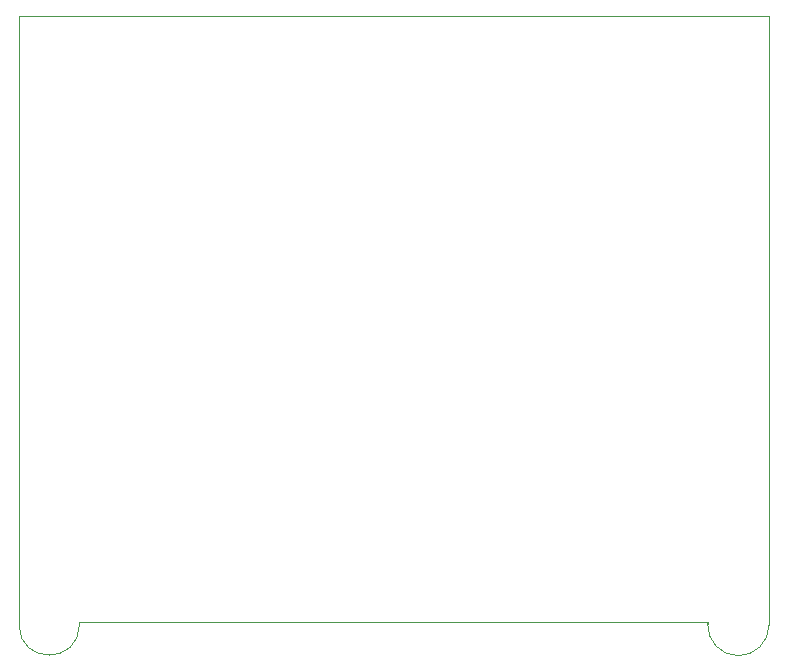
<source format=gbr>
%TF.GenerationSoftware,KiCad,Pcbnew,5.1.7-a382d34a8~88~ubuntu20.04.1*%
%TF.CreationDate,2020-12-22T17:38:33+00:00*%
%TF.ProjectId,DisplayBreakoutBoard,44697370-6c61-4794-9272-65616b6f7574,v1*%
%TF.SameCoordinates,Original*%
%TF.FileFunction,Profile,NP*%
%FSLAX46Y46*%
G04 Gerber Fmt 4.6, Leading zero omitted, Abs format (unit mm)*
G04 Created by KiCad (PCBNEW 5.1.7-a382d34a8~88~ubuntu20.04.1) date 2020-12-22 17:38:33*
%MOMM*%
%LPD*%
G01*
G04 APERTURE LIST*
%TA.AperFunction,Profile*%
%ADD10C,0.050000*%
%TD*%
G04 APERTURE END LIST*
D10*
X86550000Y-83300000D02*
X86550001Y-83450001D01*
X84700000Y-83300000D02*
X86550000Y-83300000D01*
X91750000Y-83550000D02*
X91750000Y-83300000D01*
X91751921Y-83549999D02*
G75*
G02*
X86550001Y-83450001I-2601921J-1D01*
G01*
X33350000Y-83300000D02*
X33350000Y-83550000D01*
X35300000Y-83300000D02*
X33350000Y-83300000D01*
X28250000Y-83550000D02*
X28250000Y-83300000D01*
X33350000Y-83550000D02*
G75*
G02*
X28250000Y-83550000I-2550000J0D01*
G01*
X35300000Y-83300000D02*
X84700000Y-83300000D01*
X28250000Y-83300000D02*
X28250000Y-32000000D01*
X91750000Y-83300000D02*
X91750000Y-32000000D01*
X28250000Y-32000000D02*
X91750000Y-32000000D01*
M02*

</source>
